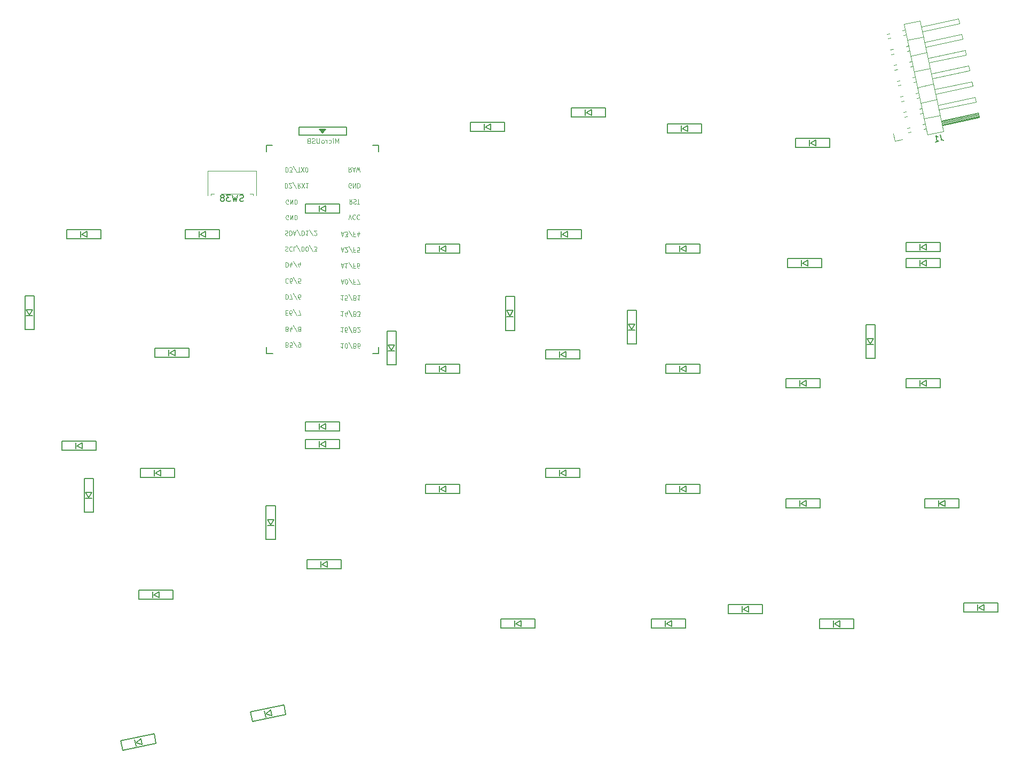
<source format=gbo>
G04 #@! TF.GenerationSoftware,KiCad,Pcbnew,(5.1.5-0-10_14)*
G04 #@! TF.CreationDate,2020-05-14T06:06:27+09:00*
G04 #@! TF.ProjectId,Colice,436f6c69-6365-42e6-9b69-6361645f7063,rev?*
G04 #@! TF.SameCoordinates,Original*
G04 #@! TF.FileFunction,Legend,Bot*
G04 #@! TF.FilePolarity,Positive*
%FSLAX46Y46*%
G04 Gerber Fmt 4.6, Leading zero omitted, Abs format (unit mm)*
G04 Created by KiCad (PCBNEW (5.1.5-0-10_14)) date 2020-05-14 06:06:27*
%MOMM*%
%LPD*%
G04 APERTURE LIST*
%ADD10C,0.150000*%
%ADD11C,0.120000*%
%ADD12C,0.125000*%
G04 APERTURE END LIST*
D10*
X109074000Y-51054000D02*
X109974000Y-50554000D01*
X109974000Y-50554000D02*
X109974000Y-51554000D01*
X109974000Y-51554000D02*
X109074000Y-51054000D01*
X108974000Y-50554000D02*
X108974000Y-51554000D01*
X112174000Y-50304000D02*
X106774000Y-50304000D01*
X106774000Y-50304000D02*
X106774000Y-51804000D01*
X106774000Y-51804000D02*
X112174000Y-51804000D01*
X112174000Y-51804000D02*
X112174000Y-50304000D01*
X167546000Y-130594800D02*
X167546000Y-129094800D01*
X162146000Y-130594800D02*
X167546000Y-130594800D01*
X162146000Y-129094800D02*
X162146000Y-130594800D01*
X167546000Y-129094800D02*
X162146000Y-129094800D01*
X164346000Y-129344800D02*
X164346000Y-130344800D01*
X165346000Y-130344800D02*
X164446000Y-129844800D01*
X165346000Y-129344800D02*
X165346000Y-130344800D01*
X164446000Y-129844800D02*
X165346000Y-129344800D01*
D11*
X70624800Y-61701400D02*
X67224800Y-61701400D01*
X72264800Y-61701400D02*
X71724800Y-61701400D01*
X66124800Y-61701400D02*
X65584800Y-61701400D01*
X65584800Y-61701400D02*
X65584800Y-61931400D01*
X72784800Y-58031400D02*
X72784800Y-61931400D01*
X65064800Y-58031400D02*
X65064800Y-61931400D01*
X72784800Y-58031400D02*
X65064800Y-58031400D01*
X72264800Y-61701400D02*
X72264800Y-61931400D01*
D10*
X190406000Y-128004000D02*
X190406000Y-126504000D01*
X185006000Y-128004000D02*
X190406000Y-128004000D01*
X185006000Y-126504000D02*
X185006000Y-128004000D01*
X190406000Y-126504000D02*
X185006000Y-126504000D01*
X187206000Y-126754000D02*
X187206000Y-127754000D01*
X188206000Y-127754000D02*
X187306000Y-127254000D01*
X188206000Y-126754000D02*
X188206000Y-127754000D01*
X187306000Y-127254000D02*
X188206000Y-126754000D01*
X132334000Y-83204000D02*
X131834000Y-82304000D01*
X131834000Y-82304000D02*
X132834000Y-82304000D01*
X132834000Y-82304000D02*
X132334000Y-83204000D01*
X131834000Y-83304000D02*
X132834000Y-83304000D01*
X131584000Y-80104000D02*
X131584000Y-85504000D01*
X131584000Y-85504000D02*
X133084000Y-85504000D01*
X133084000Y-85504000D02*
X133084000Y-80104000D01*
X133084000Y-80104000D02*
X131584000Y-80104000D01*
X140316000Y-51308000D02*
X141216000Y-50808000D01*
X141216000Y-50808000D02*
X141216000Y-51808000D01*
X141216000Y-51808000D02*
X140316000Y-51308000D01*
X140216000Y-50808000D02*
X140216000Y-51808000D01*
X143416000Y-50558000D02*
X138016000Y-50558000D01*
X138016000Y-50558000D02*
X138016000Y-52058000D01*
X138016000Y-52058000D02*
X143416000Y-52058000D01*
X143416000Y-52058000D02*
X143416000Y-50558000D01*
X140062000Y-70358000D02*
X140962000Y-69858000D01*
X140962000Y-69858000D02*
X140962000Y-70858000D01*
X140962000Y-70858000D02*
X140062000Y-70358000D01*
X139962000Y-69858000D02*
X139962000Y-70858000D01*
X143162000Y-69608000D02*
X137762000Y-69608000D01*
X137762000Y-69608000D02*
X137762000Y-71108000D01*
X137762000Y-71108000D02*
X143162000Y-71108000D01*
X143162000Y-71108000D02*
X143162000Y-69608000D01*
X140062000Y-89408000D02*
X140962000Y-88908000D01*
X140962000Y-88908000D02*
X140962000Y-89908000D01*
X140962000Y-89908000D02*
X140062000Y-89408000D01*
X139962000Y-88908000D02*
X139962000Y-89908000D01*
X143162000Y-88658000D02*
X137762000Y-88658000D01*
X137762000Y-88658000D02*
X137762000Y-90158000D01*
X137762000Y-90158000D02*
X143162000Y-90158000D01*
X143162000Y-90158000D02*
X143162000Y-88658000D01*
X143162000Y-109208000D02*
X143162000Y-107708000D01*
X137762000Y-109208000D02*
X143162000Y-109208000D01*
X137762000Y-107708000D02*
X137762000Y-109208000D01*
X143162000Y-107708000D02*
X137762000Y-107708000D01*
X139962000Y-107958000D02*
X139962000Y-108958000D01*
X140962000Y-108958000D02*
X140062000Y-108458000D01*
X140962000Y-107958000D02*
X140962000Y-108958000D01*
X140062000Y-108458000D02*
X140962000Y-107958000D01*
X153068000Y-128258000D02*
X153068000Y-126758000D01*
X147668000Y-128258000D02*
X153068000Y-128258000D01*
X147668000Y-126758000D02*
X147668000Y-128258000D01*
X153068000Y-126758000D02*
X147668000Y-126758000D01*
X149868000Y-127008000D02*
X149868000Y-128008000D01*
X150868000Y-128008000D02*
X149968000Y-127508000D01*
X150868000Y-127008000D02*
X150868000Y-128008000D01*
X149968000Y-127508000D02*
X150868000Y-127008000D01*
X75057000Y-114192000D02*
X74557000Y-113292000D01*
X74557000Y-113292000D02*
X75557000Y-113292000D01*
X75557000Y-113292000D02*
X75057000Y-114192000D01*
X74557000Y-114292000D02*
X75557000Y-114292000D01*
X74307000Y-111092000D02*
X74307000Y-116492000D01*
X74307000Y-116492000D02*
X75807000Y-116492000D01*
X75807000Y-116492000D02*
X75807000Y-111092000D01*
X75807000Y-111092000D02*
X74307000Y-111092000D01*
X86012000Y-64758000D02*
X86012000Y-63258000D01*
X80612000Y-64758000D02*
X86012000Y-64758000D01*
X80612000Y-63258000D02*
X80612000Y-64758000D01*
X86012000Y-63258000D02*
X80612000Y-63258000D01*
X82812000Y-63508000D02*
X82812000Y-64508000D01*
X83812000Y-64508000D02*
X82912000Y-64008000D01*
X83812000Y-63508000D02*
X83812000Y-64508000D01*
X82912000Y-64008000D02*
X83812000Y-63508000D01*
X86012000Y-99302000D02*
X86012000Y-97802000D01*
X80612000Y-99302000D02*
X86012000Y-99302000D01*
X80612000Y-97802000D02*
X80612000Y-99302000D01*
X86012000Y-97802000D02*
X80612000Y-97802000D01*
X82812000Y-98052000D02*
X82812000Y-99052000D01*
X83812000Y-99052000D02*
X82912000Y-98552000D01*
X83812000Y-98052000D02*
X83812000Y-99052000D01*
X82912000Y-98552000D02*
X83812000Y-98052000D01*
X86012000Y-102096000D02*
X86012000Y-100596000D01*
X80612000Y-102096000D02*
X86012000Y-102096000D01*
X80612000Y-100596000D02*
X80612000Y-102096000D01*
X86012000Y-100596000D02*
X80612000Y-100596000D01*
X82812000Y-100846000D02*
X82812000Y-101846000D01*
X83812000Y-101846000D02*
X82912000Y-101346000D01*
X83812000Y-100846000D02*
X83812000Y-101846000D01*
X82912000Y-101346000D02*
X83812000Y-100846000D01*
X86266000Y-121146000D02*
X86266000Y-119646000D01*
X80866000Y-121146000D02*
X86266000Y-121146000D01*
X80866000Y-119646000D02*
X80866000Y-121146000D01*
X86266000Y-119646000D02*
X80866000Y-119646000D01*
X83066000Y-119896000D02*
X83066000Y-120896000D01*
X84066000Y-120896000D02*
X83166000Y-120396000D01*
X84066000Y-119896000D02*
X84066000Y-120896000D01*
X83166000Y-120396000D02*
X84066000Y-119896000D01*
X36830000Y-80918000D02*
X36330000Y-80018000D01*
X36330000Y-80018000D02*
X37330000Y-80018000D01*
X37330000Y-80018000D02*
X36830000Y-80918000D01*
X36330000Y-81018000D02*
X37330000Y-81018000D01*
X36080000Y-77818000D02*
X36080000Y-83218000D01*
X36080000Y-83218000D02*
X37580000Y-83218000D01*
X37580000Y-83218000D02*
X37580000Y-77818000D01*
X37580000Y-77818000D02*
X36080000Y-77818000D01*
X48166000Y-68822000D02*
X48166000Y-67322000D01*
X42766000Y-68822000D02*
X48166000Y-68822000D01*
X42766000Y-67322000D02*
X42766000Y-68822000D01*
X48166000Y-67322000D02*
X42766000Y-67322000D01*
X44966000Y-67572000D02*
X44966000Y-68572000D01*
X45966000Y-68572000D02*
X45066000Y-68072000D01*
X45966000Y-67572000D02*
X45966000Y-68572000D01*
X45066000Y-68072000D02*
X45966000Y-67572000D01*
X105062000Y-90158000D02*
X105062000Y-88658000D01*
X99662000Y-90158000D02*
X105062000Y-90158000D01*
X99662000Y-88658000D02*
X99662000Y-90158000D01*
X105062000Y-88658000D02*
X99662000Y-88658000D01*
X101862000Y-88908000D02*
X101862000Y-89908000D01*
X102862000Y-89908000D02*
X101962000Y-89408000D01*
X102862000Y-88908000D02*
X102862000Y-89908000D01*
X101962000Y-89408000D02*
X102862000Y-88908000D01*
X105062000Y-109208000D02*
X105062000Y-107708000D01*
X99662000Y-109208000D02*
X105062000Y-109208000D01*
X99662000Y-107708000D02*
X99662000Y-109208000D01*
X105062000Y-107708000D02*
X99662000Y-107708000D01*
X101862000Y-107958000D02*
X101862000Y-108958000D01*
X102862000Y-108958000D02*
X101962000Y-108458000D01*
X102862000Y-107958000D02*
X102862000Y-108958000D01*
X101962000Y-108458000D02*
X102862000Y-107958000D01*
X56898932Y-148762249D02*
X56587065Y-147295028D01*
X51616935Y-149884972D02*
X56898932Y-148762249D01*
X51305068Y-148417751D02*
X51616935Y-149884972D01*
X56587065Y-147295028D02*
X51305068Y-148417751D01*
X53508970Y-148204882D02*
X53716882Y-149183030D01*
X54695030Y-148975118D02*
X53710741Y-148673165D01*
X54487118Y-147996970D02*
X54695030Y-148975118D01*
X53710741Y-148673165D02*
X54487118Y-147996970D01*
X94234000Y-86506000D02*
X93734000Y-85606000D01*
X93734000Y-85606000D02*
X94734000Y-85606000D01*
X94734000Y-85606000D02*
X94234000Y-86506000D01*
X93734000Y-86606000D02*
X94734000Y-86606000D01*
X93484000Y-83406000D02*
X93484000Y-88806000D01*
X93484000Y-88806000D02*
X94984000Y-88806000D01*
X94984000Y-88806000D02*
X94984000Y-83406000D01*
X94984000Y-83406000D02*
X93484000Y-83406000D01*
X101962000Y-70358000D02*
X102862000Y-69858000D01*
X102862000Y-69858000D02*
X102862000Y-70858000D01*
X102862000Y-70858000D02*
X101962000Y-70358000D01*
X101862000Y-69858000D02*
X101862000Y-70858000D01*
X105062000Y-69608000D02*
X99662000Y-69608000D01*
X99662000Y-69608000D02*
X99662000Y-71108000D01*
X99662000Y-71108000D02*
X105062000Y-71108000D01*
X105062000Y-71108000D02*
X105062000Y-69608000D01*
X121012000Y-105918000D02*
X121912000Y-105418000D01*
X121912000Y-105418000D02*
X121912000Y-106418000D01*
X121912000Y-106418000D02*
X121012000Y-105918000D01*
X120912000Y-105418000D02*
X120912000Y-106418000D01*
X124112000Y-105168000D02*
X118712000Y-105168000D01*
X118712000Y-105168000D02*
X118712000Y-106668000D01*
X118712000Y-106668000D02*
X124112000Y-106668000D01*
X124112000Y-106668000D02*
X124112000Y-105168000D01*
X113900000Y-129794000D02*
X114800000Y-129294000D01*
X114800000Y-129294000D02*
X114800000Y-130294000D01*
X114800000Y-130294000D02*
X113900000Y-129794000D01*
X113800000Y-129294000D02*
X113800000Y-130294000D01*
X117000000Y-129044000D02*
X111600000Y-129044000D01*
X111600000Y-129044000D02*
X111600000Y-130544000D01*
X111600000Y-130544000D02*
X117000000Y-130544000D01*
X117000000Y-130544000D02*
X117000000Y-129044000D01*
X113030000Y-81045000D02*
X112530000Y-80145000D01*
X112530000Y-80145000D02*
X113530000Y-80145000D01*
X113530000Y-80145000D02*
X113030000Y-81045000D01*
X112530000Y-81145000D02*
X113530000Y-81145000D01*
X112280000Y-77945000D02*
X112280000Y-83345000D01*
X112280000Y-83345000D02*
X113780000Y-83345000D01*
X113780000Y-83345000D02*
X113780000Y-77945000D01*
X113780000Y-77945000D02*
X112280000Y-77945000D01*
X125076000Y-48768000D02*
X125976000Y-48268000D01*
X125976000Y-48268000D02*
X125976000Y-49268000D01*
X125976000Y-49268000D02*
X125076000Y-48768000D01*
X124976000Y-48268000D02*
X124976000Y-49268000D01*
X128176000Y-48018000D02*
X122776000Y-48018000D01*
X122776000Y-48018000D02*
X122776000Y-49518000D01*
X122776000Y-49518000D02*
X128176000Y-49518000D01*
X128176000Y-49518000D02*
X128176000Y-48018000D01*
X121266000Y-68072000D02*
X122166000Y-67572000D01*
X122166000Y-67572000D02*
X122166000Y-68572000D01*
X122166000Y-68572000D02*
X121266000Y-68072000D01*
X121166000Y-67572000D02*
X121166000Y-68572000D01*
X124366000Y-67322000D02*
X118966000Y-67322000D01*
X118966000Y-67322000D02*
X118966000Y-68822000D01*
X118966000Y-68822000D02*
X124366000Y-68822000D01*
X124366000Y-68822000D02*
X124366000Y-67322000D01*
X121012000Y-87122000D02*
X121912000Y-86622000D01*
X121912000Y-86622000D02*
X121912000Y-87622000D01*
X121912000Y-87622000D02*
X121012000Y-87122000D01*
X120912000Y-86622000D02*
X120912000Y-87622000D01*
X124112000Y-86372000D02*
X118712000Y-86372000D01*
X118712000Y-86372000D02*
X118712000Y-87872000D01*
X118712000Y-87872000D02*
X124112000Y-87872000D01*
X124112000Y-87872000D02*
X124112000Y-86372000D01*
X137776000Y-129794000D02*
X138676000Y-129294000D01*
X138676000Y-129294000D02*
X138676000Y-130294000D01*
X138676000Y-130294000D02*
X137776000Y-129794000D01*
X137676000Y-129294000D02*
X137676000Y-130294000D01*
X140876000Y-129044000D02*
X135476000Y-129044000D01*
X135476000Y-129044000D02*
X135476000Y-130544000D01*
X135476000Y-130544000D02*
X140876000Y-130544000D01*
X140876000Y-130544000D02*
X140876000Y-129044000D01*
X170930000Y-82390000D02*
X169430000Y-82390000D01*
X170930000Y-87790000D02*
X170930000Y-82390000D01*
X169430000Y-87790000D02*
X170930000Y-87790000D01*
X169430000Y-82390000D02*
X169430000Y-87790000D01*
X169680000Y-85590000D02*
X170680000Y-85590000D01*
X170680000Y-84590000D02*
X170180000Y-85490000D01*
X169680000Y-84590000D02*
X170680000Y-84590000D01*
X170180000Y-85490000D02*
X169680000Y-84590000D01*
X178162000Y-70104000D02*
X179062000Y-69604000D01*
X179062000Y-69604000D02*
X179062000Y-70604000D01*
X179062000Y-70604000D02*
X178162000Y-70104000D01*
X178062000Y-69604000D02*
X178062000Y-70604000D01*
X181262000Y-69354000D02*
X175862000Y-69354000D01*
X175862000Y-69354000D02*
X175862000Y-70854000D01*
X175862000Y-70854000D02*
X181262000Y-70854000D01*
X181262000Y-70854000D02*
X181262000Y-69354000D01*
X178162000Y-72644000D02*
X179062000Y-72144000D01*
X179062000Y-72144000D02*
X179062000Y-73144000D01*
X179062000Y-73144000D02*
X178162000Y-72644000D01*
X178062000Y-72144000D02*
X178062000Y-73144000D01*
X181262000Y-71894000D02*
X175862000Y-71894000D01*
X175862000Y-71894000D02*
X175862000Y-73394000D01*
X175862000Y-73394000D02*
X181262000Y-73394000D01*
X181262000Y-73394000D02*
X181262000Y-71894000D01*
X178162000Y-91694000D02*
X179062000Y-91194000D01*
X179062000Y-91194000D02*
X179062000Y-92194000D01*
X179062000Y-92194000D02*
X178162000Y-91694000D01*
X178062000Y-91194000D02*
X178062000Y-92194000D01*
X181262000Y-90944000D02*
X175862000Y-90944000D01*
X175862000Y-90944000D02*
X175862000Y-92444000D01*
X175862000Y-92444000D02*
X181262000Y-92444000D01*
X181262000Y-92444000D02*
X181262000Y-90944000D01*
X181083000Y-110744000D02*
X181983000Y-110244000D01*
X181983000Y-110244000D02*
X181983000Y-111244000D01*
X181983000Y-111244000D02*
X181083000Y-110744000D01*
X180983000Y-110244000D02*
X180983000Y-111244000D01*
X184183000Y-109994000D02*
X178783000Y-109994000D01*
X178783000Y-109994000D02*
X178783000Y-111494000D01*
X178783000Y-111494000D02*
X184183000Y-111494000D01*
X184183000Y-111494000D02*
X184183000Y-109994000D01*
X47404000Y-102350000D02*
X47404000Y-100850000D01*
X42004000Y-102350000D02*
X47404000Y-102350000D01*
X42004000Y-100850000D02*
X42004000Y-102350000D01*
X47404000Y-100850000D02*
X42004000Y-100850000D01*
X44204000Y-101100000D02*
X44204000Y-102100000D01*
X45204000Y-102100000D02*
X44304000Y-101600000D01*
X45204000Y-101100000D02*
X45204000Y-102100000D01*
X44304000Y-101600000D02*
X45204000Y-101100000D01*
X46228000Y-109874000D02*
X45728000Y-108974000D01*
X45728000Y-108974000D02*
X46728000Y-108974000D01*
X46728000Y-108974000D02*
X46228000Y-109874000D01*
X45728000Y-109974000D02*
X46728000Y-109974000D01*
X45478000Y-106774000D02*
X45478000Y-112174000D01*
X45478000Y-112174000D02*
X46978000Y-112174000D01*
X46978000Y-112174000D02*
X46978000Y-106774000D01*
X46978000Y-106774000D02*
X45478000Y-106774000D01*
X66962000Y-68822000D02*
X66962000Y-67322000D01*
X61562000Y-68822000D02*
X66962000Y-68822000D01*
X61562000Y-67322000D02*
X61562000Y-68822000D01*
X66962000Y-67322000D02*
X61562000Y-67322000D01*
X63762000Y-67572000D02*
X63762000Y-68572000D01*
X64762000Y-68572000D02*
X63862000Y-68072000D01*
X64762000Y-67572000D02*
X64762000Y-68572000D01*
X63862000Y-68072000D02*
X64762000Y-67572000D01*
X62136000Y-87618000D02*
X62136000Y-86118000D01*
X56736000Y-87618000D02*
X62136000Y-87618000D01*
X56736000Y-86118000D02*
X56736000Y-87618000D01*
X62136000Y-86118000D02*
X56736000Y-86118000D01*
X58936000Y-86368000D02*
X58936000Y-87368000D01*
X59936000Y-87368000D02*
X59036000Y-86868000D01*
X59936000Y-86368000D02*
X59936000Y-87368000D01*
X59036000Y-86868000D02*
X59936000Y-86368000D01*
X59850000Y-106668000D02*
X59850000Y-105168000D01*
X54450000Y-106668000D02*
X59850000Y-106668000D01*
X54450000Y-105168000D02*
X54450000Y-106668000D01*
X59850000Y-105168000D02*
X54450000Y-105168000D01*
X56650000Y-105418000D02*
X56650000Y-106418000D01*
X57650000Y-106418000D02*
X56750000Y-105918000D01*
X57650000Y-105418000D02*
X57650000Y-106418000D01*
X56750000Y-105918000D02*
X57650000Y-105418000D01*
X59596000Y-125972000D02*
X59596000Y-124472000D01*
X54196000Y-125972000D02*
X59596000Y-125972000D01*
X54196000Y-124472000D02*
X54196000Y-125972000D01*
X59596000Y-124472000D02*
X54196000Y-124472000D01*
X56396000Y-124722000D02*
X56396000Y-125722000D01*
X57396000Y-125722000D02*
X56496000Y-125222000D01*
X57396000Y-124722000D02*
X57396000Y-125722000D01*
X56496000Y-125222000D02*
X57396000Y-124722000D01*
X77472932Y-144190249D02*
X77161065Y-142723028D01*
X72190935Y-145312972D02*
X77472932Y-144190249D01*
X71879068Y-143845751D02*
X72190935Y-145312972D01*
X77161065Y-142723028D02*
X71879068Y-143845751D01*
X74082970Y-143632882D02*
X74290882Y-144611030D01*
X75269030Y-144403118D02*
X74284741Y-144101165D01*
X75061118Y-143424970D02*
X75269030Y-144403118D01*
X74284741Y-144101165D02*
X75061118Y-143424970D01*
X163736000Y-54344000D02*
X163736000Y-52844000D01*
X158336000Y-54344000D02*
X163736000Y-54344000D01*
X158336000Y-52844000D02*
X158336000Y-54344000D01*
X163736000Y-52844000D02*
X158336000Y-52844000D01*
X160536000Y-53094000D02*
X160536000Y-54094000D01*
X161536000Y-54094000D02*
X160636000Y-53594000D01*
X161536000Y-53094000D02*
X161536000Y-54094000D01*
X160636000Y-53594000D02*
X161536000Y-53094000D01*
X162466000Y-73394000D02*
X162466000Y-71894000D01*
X157066000Y-73394000D02*
X162466000Y-73394000D01*
X157066000Y-71894000D02*
X157066000Y-73394000D01*
X162466000Y-71894000D02*
X157066000Y-71894000D01*
X159266000Y-72144000D02*
X159266000Y-73144000D01*
X160266000Y-73144000D02*
X159366000Y-72644000D01*
X160266000Y-72144000D02*
X160266000Y-73144000D01*
X159366000Y-72644000D02*
X160266000Y-72144000D01*
X162212000Y-92444000D02*
X162212000Y-90944000D01*
X156812000Y-92444000D02*
X162212000Y-92444000D01*
X156812000Y-90944000D02*
X156812000Y-92444000D01*
X162212000Y-90944000D02*
X156812000Y-90944000D01*
X159012000Y-91194000D02*
X159012000Y-92194000D01*
X160012000Y-92194000D02*
X159112000Y-91694000D01*
X160012000Y-91194000D02*
X160012000Y-92194000D01*
X159112000Y-91694000D02*
X160012000Y-91194000D01*
X162212000Y-111494000D02*
X162212000Y-109994000D01*
X156812000Y-111494000D02*
X162212000Y-111494000D01*
X156812000Y-109994000D02*
X156812000Y-111494000D01*
X162212000Y-109994000D02*
X156812000Y-109994000D01*
X159012000Y-110244000D02*
X159012000Y-111244000D01*
X160012000Y-111244000D02*
X159112000Y-110744000D01*
X160012000Y-110244000D02*
X160012000Y-111244000D01*
X159112000Y-110744000D02*
X160012000Y-110244000D01*
D11*
X179176284Y-52299474D02*
X175454665Y-34790632D01*
X175454665Y-34790632D02*
X178056537Y-34237587D01*
X178056537Y-34237587D02*
X181778157Y-51746429D01*
X181778157Y-51746429D02*
X179176284Y-52299474D01*
X181580641Y-50817188D02*
X187449526Y-49569718D01*
X187449526Y-49569718D02*
X187291513Y-48826326D01*
X187291513Y-48826326D02*
X181422628Y-50073796D01*
X181568166Y-50758500D02*
X187437051Y-49511029D01*
X181543216Y-50641122D02*
X187412102Y-49393652D01*
X181518267Y-50523744D02*
X187387153Y-49276274D01*
X181493318Y-50406366D02*
X187362203Y-49158896D01*
X181468368Y-50288989D02*
X187337254Y-49041519D01*
X181443419Y-50171611D02*
X187312304Y-48924141D01*
X178590374Y-51452789D02*
X178978768Y-51370234D01*
X178432361Y-50709397D02*
X178820755Y-50626841D01*
X176171484Y-51966940D02*
X176550097Y-51886464D01*
X176013471Y-51223548D02*
X176392084Y-51143071D01*
X178635714Y-49756290D02*
X181237586Y-49203245D01*
X181052545Y-48332694D02*
X186921430Y-47085223D01*
X186921430Y-47085223D02*
X186763418Y-46341831D01*
X186763418Y-46341831D02*
X180894532Y-47589301D01*
X178062278Y-48968294D02*
X178450672Y-48885739D01*
X177904265Y-48224902D02*
X178292659Y-48142346D01*
X175577783Y-49496390D02*
X176022001Y-49401969D01*
X175419770Y-48752998D02*
X175863988Y-48658576D01*
X178107618Y-47271795D02*
X180709491Y-46718750D01*
X180524449Y-45848199D02*
X186393335Y-44600729D01*
X186393335Y-44600729D02*
X186235322Y-43857336D01*
X186235322Y-43857336D02*
X180366436Y-45104806D01*
X177534182Y-46483799D02*
X177922577Y-46401244D01*
X177376170Y-45740407D02*
X177764564Y-45657852D01*
X175049688Y-47011895D02*
X175493905Y-46917474D01*
X174891675Y-46268503D02*
X175335893Y-46174082D01*
X177579522Y-44787300D02*
X180181395Y-44234255D01*
X179996353Y-43363704D02*
X185865239Y-42116234D01*
X185865239Y-42116234D02*
X185707226Y-41372841D01*
X185707226Y-41372841D02*
X179838341Y-42620312D01*
X177006087Y-43999305D02*
X177394481Y-43916749D01*
X176848074Y-43255912D02*
X177236468Y-43173357D01*
X174521592Y-44527400D02*
X174965810Y-44432979D01*
X174363579Y-43784008D02*
X174807797Y-43689587D01*
X177051427Y-42302805D02*
X179653299Y-41749760D01*
X179468258Y-40879209D02*
X185337143Y-39631739D01*
X185337143Y-39631739D02*
X185179130Y-38888347D01*
X185179130Y-38888347D02*
X179310245Y-40135817D01*
X176477991Y-41514810D02*
X176866385Y-41432254D01*
X176319978Y-40771417D02*
X176708372Y-40688862D01*
X173993496Y-42042905D02*
X174437714Y-41948484D01*
X173835483Y-41299513D02*
X174279701Y-41205092D01*
X176523331Y-39818310D02*
X179125203Y-39265265D01*
X178940162Y-38394714D02*
X184809048Y-37147244D01*
X184809048Y-37147244D02*
X184651035Y-36403852D01*
X184651035Y-36403852D02*
X178782149Y-37651322D01*
X175949895Y-39030315D02*
X176338289Y-38947759D01*
X175791882Y-38286923D02*
X176180277Y-38204367D01*
X173465400Y-39558410D02*
X173909618Y-39463989D01*
X173307388Y-38815018D02*
X173751605Y-38720597D01*
X175995235Y-37333815D02*
X178597108Y-36780770D01*
X178412066Y-35910219D02*
X184280952Y-34662749D01*
X184280952Y-34662749D02*
X184122939Y-33919357D01*
X184122939Y-33919357D02*
X178254053Y-35166827D01*
X175421800Y-36545820D02*
X175810194Y-36463264D01*
X175263787Y-35802428D02*
X175652181Y-35719872D01*
X172937305Y-37073916D02*
X173381523Y-36979494D01*
X172779292Y-36330523D02*
X173223510Y-36236102D01*
X173764487Y-52090074D02*
X174028534Y-53332321D01*
X174028534Y-53332321D02*
X175270782Y-53068273D01*
D10*
X74412000Y-87013000D02*
X75422000Y-87013000D01*
X92212000Y-87013000D02*
X91212000Y-87013000D01*
X74412000Y-86013000D02*
X74412000Y-87013000D01*
X92212000Y-85963000D02*
X92212000Y-87013000D01*
X74412000Y-53963000D02*
X75362000Y-53963000D01*
X92212000Y-53963000D02*
X91212000Y-53963000D01*
X74412000Y-53963000D02*
X74412000Y-54963000D01*
X92212000Y-53963000D02*
X92212000Y-54963000D01*
X87062000Y-51063000D02*
X87062000Y-52363000D01*
X87062000Y-52363000D02*
X79562000Y-52363000D01*
X79562000Y-52363000D02*
X79562000Y-51063000D01*
X79562000Y-51063000D02*
X87062000Y-51063000D01*
X83812000Y-51413000D02*
X82812000Y-51413000D01*
X82812000Y-51413000D02*
X83312000Y-52063000D01*
X83312000Y-52063000D02*
X83812000Y-51413000D01*
X83662000Y-51563000D02*
X82962000Y-51563000D01*
X83562000Y-51713000D02*
X83062000Y-51713000D01*
X83462000Y-51863000D02*
X83162000Y-51863000D01*
X70734323Y-62816161D02*
X70591466Y-62863780D01*
X70353371Y-62863780D01*
X70258133Y-62816161D01*
X70210514Y-62768542D01*
X70162895Y-62673304D01*
X70162895Y-62578066D01*
X70210514Y-62482828D01*
X70258133Y-62435209D01*
X70353371Y-62387590D01*
X70543847Y-62339971D01*
X70639085Y-62292352D01*
X70686704Y-62244733D01*
X70734323Y-62149495D01*
X70734323Y-62054257D01*
X70686704Y-61959019D01*
X70639085Y-61911400D01*
X70543847Y-61863780D01*
X70305752Y-61863780D01*
X70162895Y-61911400D01*
X69829561Y-61863780D02*
X69591466Y-62863780D01*
X69400990Y-62149495D01*
X69210514Y-62863780D01*
X68972419Y-61863780D01*
X68686704Y-61863780D02*
X68067657Y-61863780D01*
X68400990Y-62244733D01*
X68258133Y-62244733D01*
X68162895Y-62292352D01*
X68115276Y-62339971D01*
X68067657Y-62435209D01*
X68067657Y-62673304D01*
X68115276Y-62768542D01*
X68162895Y-62816161D01*
X68258133Y-62863780D01*
X68543847Y-62863780D01*
X68639085Y-62816161D01*
X68686704Y-62768542D01*
X67496228Y-62292352D02*
X67591466Y-62244733D01*
X67639085Y-62197114D01*
X67686704Y-62101876D01*
X67686704Y-62054257D01*
X67639085Y-61959019D01*
X67591466Y-61911400D01*
X67496228Y-61863780D01*
X67305752Y-61863780D01*
X67210514Y-61911400D01*
X67162895Y-61959019D01*
X67115276Y-62054257D01*
X67115276Y-62101876D01*
X67162895Y-62197114D01*
X67210514Y-62244733D01*
X67305752Y-62292352D01*
X67496228Y-62292352D01*
X67591466Y-62339971D01*
X67639085Y-62387590D01*
X67686704Y-62482828D01*
X67686704Y-62673304D01*
X67639085Y-62768542D01*
X67591466Y-62816161D01*
X67496228Y-62863780D01*
X67305752Y-62863780D01*
X67210514Y-62816161D01*
X67162895Y-62768542D01*
X67115276Y-62673304D01*
X67115276Y-62482828D01*
X67162895Y-62387590D01*
X67210514Y-62339971D01*
X67305752Y-62292352D01*
X181222310Y-52265723D02*
X181370819Y-52964400D01*
X181447099Y-53094235D01*
X181560057Y-53167591D01*
X181709693Y-53184468D01*
X181802850Y-53164666D01*
X180452074Y-53451783D02*
X181011016Y-53332976D01*
X180731545Y-53392379D02*
X180523633Y-52414232D01*
X180646492Y-52534166D01*
X180759450Y-52607522D01*
X180862508Y-52634299D01*
D12*
X87844380Y-57423714D02*
X87621047Y-57780857D01*
X87461523Y-57423714D02*
X87461523Y-58173714D01*
X87716761Y-58173714D01*
X87780571Y-58138000D01*
X87812476Y-58102285D01*
X87844380Y-58030857D01*
X87844380Y-57923714D01*
X87812476Y-57852285D01*
X87780571Y-57816571D01*
X87716761Y-57780857D01*
X87461523Y-57780857D01*
X88099619Y-57638000D02*
X88418666Y-57638000D01*
X88035809Y-57423714D02*
X88259142Y-58173714D01*
X88482476Y-57423714D01*
X88642000Y-58173714D02*
X88801523Y-57423714D01*
X88929142Y-57959428D01*
X89056761Y-57423714D01*
X89216285Y-58173714D01*
X87796523Y-60688000D02*
X87732714Y-60723714D01*
X87637000Y-60723714D01*
X87541285Y-60688000D01*
X87477476Y-60616571D01*
X87445571Y-60545142D01*
X87413666Y-60402285D01*
X87413666Y-60295142D01*
X87445571Y-60152285D01*
X87477476Y-60080857D01*
X87541285Y-60009428D01*
X87637000Y-59973714D01*
X87700809Y-59973714D01*
X87796523Y-60009428D01*
X87828428Y-60045142D01*
X87828428Y-60295142D01*
X87700809Y-60295142D01*
X88115571Y-59973714D02*
X88115571Y-60723714D01*
X88498428Y-59973714D01*
X88498428Y-60723714D01*
X88817476Y-59973714D02*
X88817476Y-60723714D01*
X88977000Y-60723714D01*
X89072714Y-60688000D01*
X89136523Y-60616571D01*
X89168428Y-60545142D01*
X89200333Y-60402285D01*
X89200333Y-60295142D01*
X89168428Y-60152285D01*
X89136523Y-60080857D01*
X89072714Y-60009428D01*
X88977000Y-59973714D01*
X88817476Y-59973714D01*
X87940095Y-62523714D02*
X87716761Y-62880857D01*
X87557238Y-62523714D02*
X87557238Y-63273714D01*
X87812476Y-63273714D01*
X87876285Y-63238000D01*
X87908190Y-63202285D01*
X87940095Y-63130857D01*
X87940095Y-63023714D01*
X87908190Y-62952285D01*
X87876285Y-62916571D01*
X87812476Y-62880857D01*
X87557238Y-62880857D01*
X88195333Y-62559428D02*
X88291047Y-62523714D01*
X88450571Y-62523714D01*
X88514380Y-62559428D01*
X88546285Y-62595142D01*
X88578190Y-62666571D01*
X88578190Y-62738000D01*
X88546285Y-62809428D01*
X88514380Y-62845142D01*
X88450571Y-62880857D01*
X88322952Y-62916571D01*
X88259142Y-62952285D01*
X88227238Y-62988000D01*
X88195333Y-63059428D01*
X88195333Y-63130857D01*
X88227238Y-63202285D01*
X88259142Y-63238000D01*
X88322952Y-63273714D01*
X88482476Y-63273714D01*
X88578190Y-63238000D01*
X88769619Y-63273714D02*
X89152476Y-63273714D01*
X88961047Y-62523714D02*
X88961047Y-63273714D01*
X87413666Y-65723714D02*
X87637000Y-64973714D01*
X87860333Y-65723714D01*
X88466523Y-65045142D02*
X88434619Y-65009428D01*
X88338904Y-64973714D01*
X88275095Y-64973714D01*
X88179380Y-65009428D01*
X88115571Y-65080857D01*
X88083666Y-65152285D01*
X88051761Y-65295142D01*
X88051761Y-65402285D01*
X88083666Y-65545142D01*
X88115571Y-65616571D01*
X88179380Y-65688000D01*
X88275095Y-65723714D01*
X88338904Y-65723714D01*
X88434619Y-65688000D01*
X88466523Y-65652285D01*
X89136523Y-65045142D02*
X89104619Y-65009428D01*
X89008904Y-64973714D01*
X88945095Y-64973714D01*
X88849380Y-65009428D01*
X88785571Y-65080857D01*
X88753666Y-65152285D01*
X88721761Y-65295142D01*
X88721761Y-65402285D01*
X88753666Y-65545142D01*
X88785571Y-65616571D01*
X88849380Y-65688000D01*
X88945095Y-65723714D01*
X89008904Y-65723714D01*
X89104619Y-65688000D01*
X89136523Y-65652285D01*
X86271285Y-67888000D02*
X86590333Y-67888000D01*
X86207476Y-67673714D02*
X86430809Y-68423714D01*
X86654142Y-67673714D01*
X86813666Y-68423714D02*
X87228428Y-68423714D01*
X87005095Y-68138000D01*
X87100809Y-68138000D01*
X87164619Y-68102285D01*
X87196523Y-68066571D01*
X87228428Y-67995142D01*
X87228428Y-67816571D01*
X87196523Y-67745142D01*
X87164619Y-67709428D01*
X87100809Y-67673714D01*
X86909380Y-67673714D01*
X86845571Y-67709428D01*
X86813666Y-67745142D01*
X87994142Y-68459428D02*
X87419857Y-67495142D01*
X88440809Y-68066571D02*
X88217476Y-68066571D01*
X88217476Y-67673714D02*
X88217476Y-68423714D01*
X88536523Y-68423714D01*
X89078904Y-68173714D02*
X89078904Y-67673714D01*
X88919380Y-68459428D02*
X88759857Y-67923714D01*
X89174619Y-67923714D01*
X86271285Y-70388000D02*
X86590333Y-70388000D01*
X86207476Y-70173714D02*
X86430809Y-70923714D01*
X86654142Y-70173714D01*
X86845571Y-70852285D02*
X86877476Y-70888000D01*
X86941285Y-70923714D01*
X87100809Y-70923714D01*
X87164619Y-70888000D01*
X87196523Y-70852285D01*
X87228428Y-70780857D01*
X87228428Y-70709428D01*
X87196523Y-70602285D01*
X86813666Y-70173714D01*
X87228428Y-70173714D01*
X87994142Y-70959428D02*
X87419857Y-69995142D01*
X88440809Y-70566571D02*
X88217476Y-70566571D01*
X88217476Y-70173714D02*
X88217476Y-70923714D01*
X88536523Y-70923714D01*
X89110809Y-70923714D02*
X88791761Y-70923714D01*
X88759857Y-70566571D01*
X88791761Y-70602285D01*
X88855571Y-70638000D01*
X89015095Y-70638000D01*
X89078904Y-70602285D01*
X89110809Y-70566571D01*
X89142714Y-70495142D01*
X89142714Y-70316571D01*
X89110809Y-70245142D01*
X89078904Y-70209428D01*
X89015095Y-70173714D01*
X88855571Y-70173714D01*
X88791761Y-70209428D01*
X88759857Y-70245142D01*
X86271285Y-72888000D02*
X86590333Y-72888000D01*
X86207476Y-72673714D02*
X86430809Y-73423714D01*
X86654142Y-72673714D01*
X87228428Y-72673714D02*
X86845571Y-72673714D01*
X87037000Y-72673714D02*
X87037000Y-73423714D01*
X86973190Y-73316571D01*
X86909380Y-73245142D01*
X86845571Y-73209428D01*
X87994142Y-73459428D02*
X87419857Y-72495142D01*
X88440809Y-73066571D02*
X88217476Y-73066571D01*
X88217476Y-72673714D02*
X88217476Y-73423714D01*
X88536523Y-73423714D01*
X89078904Y-73423714D02*
X88951285Y-73423714D01*
X88887476Y-73388000D01*
X88855571Y-73352285D01*
X88791761Y-73245142D01*
X88759857Y-73102285D01*
X88759857Y-72816571D01*
X88791761Y-72745142D01*
X88823666Y-72709428D01*
X88887476Y-72673714D01*
X89015095Y-72673714D01*
X89078904Y-72709428D01*
X89110809Y-72745142D01*
X89142714Y-72816571D01*
X89142714Y-72995142D01*
X89110809Y-73066571D01*
X89078904Y-73102285D01*
X89015095Y-73138000D01*
X88887476Y-73138000D01*
X88823666Y-73102285D01*
X88791761Y-73066571D01*
X88759857Y-72995142D01*
X86271285Y-75438000D02*
X86590333Y-75438000D01*
X86207476Y-75223714D02*
X86430809Y-75973714D01*
X86654142Y-75223714D01*
X87005095Y-75973714D02*
X87068904Y-75973714D01*
X87132714Y-75938000D01*
X87164619Y-75902285D01*
X87196523Y-75830857D01*
X87228428Y-75688000D01*
X87228428Y-75509428D01*
X87196523Y-75366571D01*
X87164619Y-75295142D01*
X87132714Y-75259428D01*
X87068904Y-75223714D01*
X87005095Y-75223714D01*
X86941285Y-75259428D01*
X86909380Y-75295142D01*
X86877476Y-75366571D01*
X86845571Y-75509428D01*
X86845571Y-75688000D01*
X86877476Y-75830857D01*
X86909380Y-75902285D01*
X86941285Y-75938000D01*
X87005095Y-75973714D01*
X87994142Y-76009428D02*
X87419857Y-75045142D01*
X88440809Y-75616571D02*
X88217476Y-75616571D01*
X88217476Y-75223714D02*
X88217476Y-75973714D01*
X88536523Y-75973714D01*
X88727952Y-75973714D02*
X89174619Y-75973714D01*
X88887476Y-75223714D01*
X86574380Y-77773714D02*
X86191523Y-77773714D01*
X86382952Y-77773714D02*
X86382952Y-78523714D01*
X86319142Y-78416571D01*
X86255333Y-78345142D01*
X86191523Y-78309428D01*
X87180571Y-78523714D02*
X86861523Y-78523714D01*
X86829619Y-78166571D01*
X86861523Y-78202285D01*
X86925333Y-78238000D01*
X87084857Y-78238000D01*
X87148666Y-78202285D01*
X87180571Y-78166571D01*
X87212476Y-78095142D01*
X87212476Y-77916571D01*
X87180571Y-77845142D01*
X87148666Y-77809428D01*
X87084857Y-77773714D01*
X86925333Y-77773714D01*
X86861523Y-77809428D01*
X86829619Y-77845142D01*
X87978190Y-78559428D02*
X87403904Y-77595142D01*
X88424857Y-78166571D02*
X88520571Y-78130857D01*
X88552476Y-78095142D01*
X88584380Y-78023714D01*
X88584380Y-77916571D01*
X88552476Y-77845142D01*
X88520571Y-77809428D01*
X88456761Y-77773714D01*
X88201523Y-77773714D01*
X88201523Y-78523714D01*
X88424857Y-78523714D01*
X88488666Y-78488000D01*
X88520571Y-78452285D01*
X88552476Y-78380857D01*
X88552476Y-78309428D01*
X88520571Y-78238000D01*
X88488666Y-78202285D01*
X88424857Y-78166571D01*
X88201523Y-78166571D01*
X89222476Y-77773714D02*
X88839619Y-77773714D01*
X89031047Y-77773714D02*
X89031047Y-78523714D01*
X88967238Y-78416571D01*
X88903428Y-78345142D01*
X88839619Y-78309428D01*
X86574380Y-80323714D02*
X86191523Y-80323714D01*
X86382952Y-80323714D02*
X86382952Y-81073714D01*
X86319142Y-80966571D01*
X86255333Y-80895142D01*
X86191523Y-80859428D01*
X87148666Y-80823714D02*
X87148666Y-80323714D01*
X86989142Y-81109428D02*
X86829619Y-80573714D01*
X87244380Y-80573714D01*
X87978190Y-81109428D02*
X87403904Y-80145142D01*
X88424857Y-80716571D02*
X88520571Y-80680857D01*
X88552476Y-80645142D01*
X88584380Y-80573714D01*
X88584380Y-80466571D01*
X88552476Y-80395142D01*
X88520571Y-80359428D01*
X88456761Y-80323714D01*
X88201523Y-80323714D01*
X88201523Y-81073714D01*
X88424857Y-81073714D01*
X88488666Y-81038000D01*
X88520571Y-81002285D01*
X88552476Y-80930857D01*
X88552476Y-80859428D01*
X88520571Y-80788000D01*
X88488666Y-80752285D01*
X88424857Y-80716571D01*
X88201523Y-80716571D01*
X88807714Y-81073714D02*
X89222476Y-81073714D01*
X88999142Y-80788000D01*
X89094857Y-80788000D01*
X89158666Y-80752285D01*
X89190571Y-80716571D01*
X89222476Y-80645142D01*
X89222476Y-80466571D01*
X89190571Y-80395142D01*
X89158666Y-80359428D01*
X89094857Y-80323714D01*
X88903428Y-80323714D01*
X88839619Y-80359428D01*
X88807714Y-80395142D01*
X86574380Y-85373714D02*
X86191523Y-85373714D01*
X86382952Y-85373714D02*
X86382952Y-86123714D01*
X86319142Y-86016571D01*
X86255333Y-85945142D01*
X86191523Y-85909428D01*
X86989142Y-86123714D02*
X87052952Y-86123714D01*
X87116761Y-86088000D01*
X87148666Y-86052285D01*
X87180571Y-85980857D01*
X87212476Y-85838000D01*
X87212476Y-85659428D01*
X87180571Y-85516571D01*
X87148666Y-85445142D01*
X87116761Y-85409428D01*
X87052952Y-85373714D01*
X86989142Y-85373714D01*
X86925333Y-85409428D01*
X86893428Y-85445142D01*
X86861523Y-85516571D01*
X86829619Y-85659428D01*
X86829619Y-85838000D01*
X86861523Y-85980857D01*
X86893428Y-86052285D01*
X86925333Y-86088000D01*
X86989142Y-86123714D01*
X87978190Y-86159428D02*
X87403904Y-85195142D01*
X88424857Y-85766571D02*
X88520571Y-85730857D01*
X88552476Y-85695142D01*
X88584380Y-85623714D01*
X88584380Y-85516571D01*
X88552476Y-85445142D01*
X88520571Y-85409428D01*
X88456761Y-85373714D01*
X88201523Y-85373714D01*
X88201523Y-86123714D01*
X88424857Y-86123714D01*
X88488666Y-86088000D01*
X88520571Y-86052285D01*
X88552476Y-85980857D01*
X88552476Y-85909428D01*
X88520571Y-85838000D01*
X88488666Y-85802285D01*
X88424857Y-85766571D01*
X88201523Y-85766571D01*
X89158666Y-86123714D02*
X89031047Y-86123714D01*
X88967238Y-86088000D01*
X88935333Y-86052285D01*
X88871523Y-85945142D01*
X88839619Y-85802285D01*
X88839619Y-85516571D01*
X88871523Y-85445142D01*
X88903428Y-85409428D01*
X88967238Y-85373714D01*
X89094857Y-85373714D01*
X89158666Y-85409428D01*
X89190571Y-85445142D01*
X89222476Y-85516571D01*
X89222476Y-85695142D01*
X89190571Y-85766571D01*
X89158666Y-85802285D01*
X89094857Y-85838000D01*
X88967238Y-85838000D01*
X88903428Y-85802285D01*
X88871523Y-85766571D01*
X88839619Y-85695142D01*
X86574380Y-82873714D02*
X86191523Y-82873714D01*
X86382952Y-82873714D02*
X86382952Y-83623714D01*
X86319142Y-83516571D01*
X86255333Y-83445142D01*
X86191523Y-83409428D01*
X87148666Y-83623714D02*
X87021047Y-83623714D01*
X86957238Y-83588000D01*
X86925333Y-83552285D01*
X86861523Y-83445142D01*
X86829619Y-83302285D01*
X86829619Y-83016571D01*
X86861523Y-82945142D01*
X86893428Y-82909428D01*
X86957238Y-82873714D01*
X87084857Y-82873714D01*
X87148666Y-82909428D01*
X87180571Y-82945142D01*
X87212476Y-83016571D01*
X87212476Y-83195142D01*
X87180571Y-83266571D01*
X87148666Y-83302285D01*
X87084857Y-83338000D01*
X86957238Y-83338000D01*
X86893428Y-83302285D01*
X86861523Y-83266571D01*
X86829619Y-83195142D01*
X87978190Y-83659428D02*
X87403904Y-82695142D01*
X88424857Y-83266571D02*
X88520571Y-83230857D01*
X88552476Y-83195142D01*
X88584380Y-83123714D01*
X88584380Y-83016571D01*
X88552476Y-82945142D01*
X88520571Y-82909428D01*
X88456761Y-82873714D01*
X88201523Y-82873714D01*
X88201523Y-83623714D01*
X88424857Y-83623714D01*
X88488666Y-83588000D01*
X88520571Y-83552285D01*
X88552476Y-83480857D01*
X88552476Y-83409428D01*
X88520571Y-83338000D01*
X88488666Y-83302285D01*
X88424857Y-83266571D01*
X88201523Y-83266571D01*
X88839619Y-83552285D02*
X88871523Y-83588000D01*
X88935333Y-83623714D01*
X89094857Y-83623714D01*
X89158666Y-83588000D01*
X89190571Y-83552285D01*
X89222476Y-83480857D01*
X89222476Y-83409428D01*
X89190571Y-83302285D01*
X88807714Y-82873714D01*
X89222476Y-82873714D01*
X77474380Y-80566571D02*
X77697714Y-80566571D01*
X77793428Y-80173714D02*
X77474380Y-80173714D01*
X77474380Y-80923714D01*
X77793428Y-80923714D01*
X78367714Y-80923714D02*
X78240095Y-80923714D01*
X78176285Y-80888000D01*
X78144380Y-80852285D01*
X78080571Y-80745142D01*
X78048666Y-80602285D01*
X78048666Y-80316571D01*
X78080571Y-80245142D01*
X78112476Y-80209428D01*
X78176285Y-80173714D01*
X78303904Y-80173714D01*
X78367714Y-80209428D01*
X78399619Y-80245142D01*
X78431523Y-80316571D01*
X78431523Y-80495142D01*
X78399619Y-80566571D01*
X78367714Y-80602285D01*
X78303904Y-80638000D01*
X78176285Y-80638000D01*
X78112476Y-80602285D01*
X78080571Y-80566571D01*
X78048666Y-80495142D01*
X79197238Y-80959428D02*
X78622952Y-79995142D01*
X79356761Y-80923714D02*
X79803428Y-80923714D01*
X79516285Y-80173714D01*
X77442476Y-77623714D02*
X77442476Y-78373714D01*
X77602000Y-78373714D01*
X77697714Y-78338000D01*
X77761523Y-78266571D01*
X77793428Y-78195142D01*
X77825333Y-78052285D01*
X77825333Y-77945142D01*
X77793428Y-77802285D01*
X77761523Y-77730857D01*
X77697714Y-77659428D01*
X77602000Y-77623714D01*
X77442476Y-77623714D01*
X78048666Y-78373714D02*
X78495333Y-78373714D01*
X78208190Y-77623714D01*
X79229142Y-78409428D02*
X78654857Y-77445142D01*
X79739619Y-78373714D02*
X79612000Y-78373714D01*
X79548190Y-78338000D01*
X79516285Y-78302285D01*
X79452476Y-78195142D01*
X79420571Y-78052285D01*
X79420571Y-77766571D01*
X79452476Y-77695142D01*
X79484380Y-77659428D01*
X79548190Y-77623714D01*
X79675809Y-77623714D01*
X79739619Y-77659428D01*
X79771523Y-77695142D01*
X79803428Y-77766571D01*
X79803428Y-77945142D01*
X79771523Y-78016571D01*
X79739619Y-78052285D01*
X79675809Y-78088000D01*
X79548190Y-78088000D01*
X79484380Y-78052285D01*
X79452476Y-78016571D01*
X79420571Y-77945142D01*
X77846523Y-63288000D02*
X77782714Y-63323714D01*
X77687000Y-63323714D01*
X77591285Y-63288000D01*
X77527476Y-63216571D01*
X77495571Y-63145142D01*
X77463666Y-63002285D01*
X77463666Y-62895142D01*
X77495571Y-62752285D01*
X77527476Y-62680857D01*
X77591285Y-62609428D01*
X77687000Y-62573714D01*
X77750809Y-62573714D01*
X77846523Y-62609428D01*
X77878428Y-62645142D01*
X77878428Y-62895142D01*
X77750809Y-62895142D01*
X78165571Y-62573714D02*
X78165571Y-63323714D01*
X78548428Y-62573714D01*
X78548428Y-63323714D01*
X78867476Y-62573714D02*
X78867476Y-63323714D01*
X79027000Y-63323714D01*
X79122714Y-63288000D01*
X79186523Y-63216571D01*
X79218428Y-63145142D01*
X79250333Y-63002285D01*
X79250333Y-62895142D01*
X79218428Y-62752285D01*
X79186523Y-62680857D01*
X79122714Y-62609428D01*
X79027000Y-62573714D01*
X78867476Y-62573714D01*
X77846523Y-65738000D02*
X77782714Y-65773714D01*
X77687000Y-65773714D01*
X77591285Y-65738000D01*
X77527476Y-65666571D01*
X77495571Y-65595142D01*
X77463666Y-65452285D01*
X77463666Y-65345142D01*
X77495571Y-65202285D01*
X77527476Y-65130857D01*
X77591285Y-65059428D01*
X77687000Y-65023714D01*
X77750809Y-65023714D01*
X77846523Y-65059428D01*
X77878428Y-65095142D01*
X77878428Y-65345142D01*
X77750809Y-65345142D01*
X78165571Y-65023714D02*
X78165571Y-65773714D01*
X78548428Y-65023714D01*
X78548428Y-65773714D01*
X78867476Y-65023714D02*
X78867476Y-65773714D01*
X79027000Y-65773714D01*
X79122714Y-65738000D01*
X79186523Y-65666571D01*
X79218428Y-65595142D01*
X79250333Y-65452285D01*
X79250333Y-65345142D01*
X79218428Y-65202285D01*
X79186523Y-65130857D01*
X79122714Y-65059428D01*
X79027000Y-65023714D01*
X78867476Y-65023714D01*
X77418190Y-57473714D02*
X77418190Y-58223714D01*
X77577714Y-58223714D01*
X77673428Y-58188000D01*
X77737238Y-58116571D01*
X77769142Y-58045142D01*
X77801047Y-57902285D01*
X77801047Y-57795142D01*
X77769142Y-57652285D01*
X77737238Y-57580857D01*
X77673428Y-57509428D01*
X77577714Y-57473714D01*
X77418190Y-57473714D01*
X78024380Y-58223714D02*
X78439142Y-58223714D01*
X78215809Y-57938000D01*
X78311523Y-57938000D01*
X78375333Y-57902285D01*
X78407238Y-57866571D01*
X78439142Y-57795142D01*
X78439142Y-57616571D01*
X78407238Y-57545142D01*
X78375333Y-57509428D01*
X78311523Y-57473714D01*
X78120095Y-57473714D01*
X78056285Y-57509428D01*
X78024380Y-57545142D01*
X79204857Y-58259428D02*
X78630571Y-57295142D01*
X79332476Y-58223714D02*
X79715333Y-58223714D01*
X79523904Y-57473714D02*
X79523904Y-58223714D01*
X79874857Y-58223714D02*
X80321523Y-57473714D01*
X80321523Y-58223714D02*
X79874857Y-57473714D01*
X80704380Y-58223714D02*
X80768190Y-58223714D01*
X80832000Y-58188000D01*
X80863904Y-58152285D01*
X80895809Y-58080857D01*
X80927714Y-57938000D01*
X80927714Y-57759428D01*
X80895809Y-57616571D01*
X80863904Y-57545142D01*
X80832000Y-57509428D01*
X80768190Y-57473714D01*
X80704380Y-57473714D01*
X80640571Y-57509428D01*
X80608666Y-57545142D01*
X80576761Y-57616571D01*
X80544857Y-57759428D01*
X80544857Y-57938000D01*
X80576761Y-58080857D01*
X80608666Y-58152285D01*
X80640571Y-58188000D01*
X80704380Y-58223714D01*
X77442476Y-72523714D02*
X77442476Y-73273714D01*
X77602000Y-73273714D01*
X77697714Y-73238000D01*
X77761523Y-73166571D01*
X77793428Y-73095142D01*
X77825333Y-72952285D01*
X77825333Y-72845142D01*
X77793428Y-72702285D01*
X77761523Y-72630857D01*
X77697714Y-72559428D01*
X77602000Y-72523714D01*
X77442476Y-72523714D01*
X78399619Y-73023714D02*
X78399619Y-72523714D01*
X78240095Y-73309428D02*
X78080571Y-72773714D01*
X78495333Y-72773714D01*
X79229142Y-73309428D02*
X78654857Y-72345142D01*
X79739619Y-73023714D02*
X79739619Y-72523714D01*
X79580095Y-73309428D02*
X79420571Y-72773714D01*
X79835333Y-72773714D01*
X77368428Y-67559428D02*
X77464142Y-67523714D01*
X77623666Y-67523714D01*
X77687476Y-67559428D01*
X77719380Y-67595142D01*
X77751285Y-67666571D01*
X77751285Y-67738000D01*
X77719380Y-67809428D01*
X77687476Y-67845142D01*
X77623666Y-67880857D01*
X77496047Y-67916571D01*
X77432238Y-67952285D01*
X77400333Y-67988000D01*
X77368428Y-68059428D01*
X77368428Y-68130857D01*
X77400333Y-68202285D01*
X77432238Y-68238000D01*
X77496047Y-68273714D01*
X77655571Y-68273714D01*
X77751285Y-68238000D01*
X78038428Y-67523714D02*
X78038428Y-68273714D01*
X78197952Y-68273714D01*
X78293666Y-68238000D01*
X78357476Y-68166571D01*
X78389380Y-68095142D01*
X78421285Y-67952285D01*
X78421285Y-67845142D01*
X78389380Y-67702285D01*
X78357476Y-67630857D01*
X78293666Y-67559428D01*
X78197952Y-67523714D01*
X78038428Y-67523714D01*
X78676523Y-67738000D02*
X78995571Y-67738000D01*
X78612714Y-67523714D02*
X78836047Y-68273714D01*
X79059380Y-67523714D01*
X79761285Y-68309428D02*
X79187000Y-67345142D01*
X79984619Y-67523714D02*
X79984619Y-68273714D01*
X80144142Y-68273714D01*
X80239857Y-68238000D01*
X80303666Y-68166571D01*
X80335571Y-68095142D01*
X80367476Y-67952285D01*
X80367476Y-67845142D01*
X80335571Y-67702285D01*
X80303666Y-67630857D01*
X80239857Y-67559428D01*
X80144142Y-67523714D01*
X79984619Y-67523714D01*
X81005571Y-67523714D02*
X80622714Y-67523714D01*
X80814142Y-67523714D02*
X80814142Y-68273714D01*
X80750333Y-68166571D01*
X80686523Y-68095142D01*
X80622714Y-68059428D01*
X81771285Y-68309428D02*
X81197000Y-67345142D01*
X81962714Y-68202285D02*
X81994619Y-68238000D01*
X82058428Y-68273714D01*
X82217952Y-68273714D01*
X82281761Y-68238000D01*
X82313666Y-68202285D01*
X82345571Y-68130857D01*
X82345571Y-68059428D01*
X82313666Y-67952285D01*
X81930809Y-67523714D01*
X82345571Y-67523714D01*
X77384380Y-70059428D02*
X77480095Y-70023714D01*
X77639619Y-70023714D01*
X77703428Y-70059428D01*
X77735333Y-70095142D01*
X77767238Y-70166571D01*
X77767238Y-70238000D01*
X77735333Y-70309428D01*
X77703428Y-70345142D01*
X77639619Y-70380857D01*
X77512000Y-70416571D01*
X77448190Y-70452285D01*
X77416285Y-70488000D01*
X77384380Y-70559428D01*
X77384380Y-70630857D01*
X77416285Y-70702285D01*
X77448190Y-70738000D01*
X77512000Y-70773714D01*
X77671523Y-70773714D01*
X77767238Y-70738000D01*
X78437238Y-70095142D02*
X78405333Y-70059428D01*
X78309619Y-70023714D01*
X78245809Y-70023714D01*
X78150095Y-70059428D01*
X78086285Y-70130857D01*
X78054380Y-70202285D01*
X78022476Y-70345142D01*
X78022476Y-70452285D01*
X78054380Y-70595142D01*
X78086285Y-70666571D01*
X78150095Y-70738000D01*
X78245809Y-70773714D01*
X78309619Y-70773714D01*
X78405333Y-70738000D01*
X78437238Y-70702285D01*
X79043428Y-70023714D02*
X78724380Y-70023714D01*
X78724380Y-70773714D01*
X79745333Y-70809428D02*
X79171047Y-69845142D01*
X79968666Y-70023714D02*
X79968666Y-70773714D01*
X80128190Y-70773714D01*
X80223904Y-70738000D01*
X80287714Y-70666571D01*
X80319619Y-70595142D01*
X80351523Y-70452285D01*
X80351523Y-70345142D01*
X80319619Y-70202285D01*
X80287714Y-70130857D01*
X80223904Y-70059428D01*
X80128190Y-70023714D01*
X79968666Y-70023714D01*
X80766285Y-70773714D02*
X80830095Y-70773714D01*
X80893904Y-70738000D01*
X80925809Y-70702285D01*
X80957714Y-70630857D01*
X80989619Y-70488000D01*
X80989619Y-70309428D01*
X80957714Y-70166571D01*
X80925809Y-70095142D01*
X80893904Y-70059428D01*
X80830095Y-70023714D01*
X80766285Y-70023714D01*
X80702476Y-70059428D01*
X80670571Y-70095142D01*
X80638666Y-70166571D01*
X80606761Y-70309428D01*
X80606761Y-70488000D01*
X80638666Y-70630857D01*
X80670571Y-70702285D01*
X80702476Y-70738000D01*
X80766285Y-70773714D01*
X81755333Y-70809428D02*
X81181047Y-69845142D01*
X81914857Y-70773714D02*
X82329619Y-70773714D01*
X82106285Y-70488000D01*
X82202000Y-70488000D01*
X82265809Y-70452285D01*
X82297714Y-70416571D01*
X82329619Y-70345142D01*
X82329619Y-70166571D01*
X82297714Y-70095142D01*
X82265809Y-70059428D01*
X82202000Y-70023714D01*
X82010571Y-70023714D01*
X81946761Y-70059428D01*
X81914857Y-70095142D01*
X77825333Y-75145142D02*
X77793428Y-75109428D01*
X77697714Y-75073714D01*
X77633904Y-75073714D01*
X77538190Y-75109428D01*
X77474380Y-75180857D01*
X77442476Y-75252285D01*
X77410571Y-75395142D01*
X77410571Y-75502285D01*
X77442476Y-75645142D01*
X77474380Y-75716571D01*
X77538190Y-75788000D01*
X77633904Y-75823714D01*
X77697714Y-75823714D01*
X77793428Y-75788000D01*
X77825333Y-75752285D01*
X78399619Y-75823714D02*
X78272000Y-75823714D01*
X78208190Y-75788000D01*
X78176285Y-75752285D01*
X78112476Y-75645142D01*
X78080571Y-75502285D01*
X78080571Y-75216571D01*
X78112476Y-75145142D01*
X78144380Y-75109428D01*
X78208190Y-75073714D01*
X78335809Y-75073714D01*
X78399619Y-75109428D01*
X78431523Y-75145142D01*
X78463428Y-75216571D01*
X78463428Y-75395142D01*
X78431523Y-75466571D01*
X78399619Y-75502285D01*
X78335809Y-75538000D01*
X78208190Y-75538000D01*
X78144380Y-75502285D01*
X78112476Y-75466571D01*
X78080571Y-75395142D01*
X79229142Y-75859428D02*
X78654857Y-74895142D01*
X79771523Y-75823714D02*
X79452476Y-75823714D01*
X79420571Y-75466571D01*
X79452476Y-75502285D01*
X79516285Y-75538000D01*
X79675809Y-75538000D01*
X79739619Y-75502285D01*
X79771523Y-75466571D01*
X79803428Y-75395142D01*
X79803428Y-75216571D01*
X79771523Y-75145142D01*
X79739619Y-75109428D01*
X79675809Y-75073714D01*
X79516285Y-75073714D01*
X79452476Y-75109428D01*
X79420571Y-75145142D01*
X77665809Y-85616571D02*
X77761523Y-85580857D01*
X77793428Y-85545142D01*
X77825333Y-85473714D01*
X77825333Y-85366571D01*
X77793428Y-85295142D01*
X77761523Y-85259428D01*
X77697714Y-85223714D01*
X77442476Y-85223714D01*
X77442476Y-85973714D01*
X77665809Y-85973714D01*
X77729619Y-85938000D01*
X77761523Y-85902285D01*
X77793428Y-85830857D01*
X77793428Y-85759428D01*
X77761523Y-85688000D01*
X77729619Y-85652285D01*
X77665809Y-85616571D01*
X77442476Y-85616571D01*
X78431523Y-85973714D02*
X78112476Y-85973714D01*
X78080571Y-85616571D01*
X78112476Y-85652285D01*
X78176285Y-85688000D01*
X78335809Y-85688000D01*
X78399619Y-85652285D01*
X78431523Y-85616571D01*
X78463428Y-85545142D01*
X78463428Y-85366571D01*
X78431523Y-85295142D01*
X78399619Y-85259428D01*
X78335809Y-85223714D01*
X78176285Y-85223714D01*
X78112476Y-85259428D01*
X78080571Y-85295142D01*
X79229142Y-86009428D02*
X78654857Y-85045142D01*
X79484380Y-85223714D02*
X79612000Y-85223714D01*
X79675809Y-85259428D01*
X79707714Y-85295142D01*
X79771523Y-85402285D01*
X79803428Y-85545142D01*
X79803428Y-85830857D01*
X79771523Y-85902285D01*
X79739619Y-85938000D01*
X79675809Y-85973714D01*
X79548190Y-85973714D01*
X79484380Y-85938000D01*
X79452476Y-85902285D01*
X79420571Y-85830857D01*
X79420571Y-85652285D01*
X79452476Y-85580857D01*
X79484380Y-85545142D01*
X79548190Y-85509428D01*
X79675809Y-85509428D01*
X79739619Y-85545142D01*
X79771523Y-85580857D01*
X79803428Y-85652285D01*
X77338428Y-60023714D02*
X77338428Y-60773714D01*
X77497952Y-60773714D01*
X77593666Y-60738000D01*
X77657476Y-60666571D01*
X77689380Y-60595142D01*
X77721285Y-60452285D01*
X77721285Y-60345142D01*
X77689380Y-60202285D01*
X77657476Y-60130857D01*
X77593666Y-60059428D01*
X77497952Y-60023714D01*
X77338428Y-60023714D01*
X77976523Y-60702285D02*
X78008428Y-60738000D01*
X78072238Y-60773714D01*
X78231761Y-60773714D01*
X78295571Y-60738000D01*
X78327476Y-60702285D01*
X78359380Y-60630857D01*
X78359380Y-60559428D01*
X78327476Y-60452285D01*
X77944619Y-60023714D01*
X78359380Y-60023714D01*
X79125095Y-60809428D02*
X78550809Y-59845142D01*
X79731285Y-60023714D02*
X79507952Y-60380857D01*
X79348428Y-60023714D02*
X79348428Y-60773714D01*
X79603666Y-60773714D01*
X79667476Y-60738000D01*
X79699380Y-60702285D01*
X79731285Y-60630857D01*
X79731285Y-60523714D01*
X79699380Y-60452285D01*
X79667476Y-60416571D01*
X79603666Y-60380857D01*
X79348428Y-60380857D01*
X79954619Y-60773714D02*
X80401285Y-60023714D01*
X80401285Y-60773714D02*
X79954619Y-60023714D01*
X81007476Y-60023714D02*
X80624619Y-60023714D01*
X80816047Y-60023714D02*
X80816047Y-60773714D01*
X80752238Y-60666571D01*
X80688428Y-60595142D01*
X80624619Y-60559428D01*
X77665809Y-83116571D02*
X77761523Y-83080857D01*
X77793428Y-83045142D01*
X77825333Y-82973714D01*
X77825333Y-82866571D01*
X77793428Y-82795142D01*
X77761523Y-82759428D01*
X77697714Y-82723714D01*
X77442476Y-82723714D01*
X77442476Y-83473714D01*
X77665809Y-83473714D01*
X77729619Y-83438000D01*
X77761523Y-83402285D01*
X77793428Y-83330857D01*
X77793428Y-83259428D01*
X77761523Y-83188000D01*
X77729619Y-83152285D01*
X77665809Y-83116571D01*
X77442476Y-83116571D01*
X78399619Y-83223714D02*
X78399619Y-82723714D01*
X78240095Y-83509428D02*
X78080571Y-82973714D01*
X78495333Y-82973714D01*
X79229142Y-83509428D02*
X78654857Y-82545142D01*
X79548190Y-83152285D02*
X79484380Y-83188000D01*
X79452476Y-83223714D01*
X79420571Y-83295142D01*
X79420571Y-83330857D01*
X79452476Y-83402285D01*
X79484380Y-83438000D01*
X79548190Y-83473714D01*
X79675809Y-83473714D01*
X79739619Y-83438000D01*
X79771523Y-83402285D01*
X79803428Y-83330857D01*
X79803428Y-83295142D01*
X79771523Y-83223714D01*
X79739619Y-83188000D01*
X79675809Y-83152285D01*
X79548190Y-83152285D01*
X79484380Y-83116571D01*
X79452476Y-83080857D01*
X79420571Y-83009428D01*
X79420571Y-82866571D01*
X79452476Y-82795142D01*
X79484380Y-82759428D01*
X79548190Y-82723714D01*
X79675809Y-82723714D01*
X79739619Y-82759428D01*
X79771523Y-82795142D01*
X79803428Y-82866571D01*
X79803428Y-83009428D01*
X79771523Y-83080857D01*
X79739619Y-83116571D01*
X79675809Y-83152285D01*
D11*
X85808428Y-53652285D02*
X85808428Y-52902285D01*
X85558428Y-53438000D01*
X85308428Y-52902285D01*
X85308428Y-53652285D01*
X84951285Y-53652285D02*
X84951285Y-53152285D01*
X84951285Y-52902285D02*
X84987000Y-52938000D01*
X84951285Y-52973714D01*
X84915571Y-52938000D01*
X84951285Y-52902285D01*
X84951285Y-52973714D01*
X84272714Y-53616571D02*
X84344142Y-53652285D01*
X84487000Y-53652285D01*
X84558428Y-53616571D01*
X84594142Y-53580857D01*
X84629857Y-53509428D01*
X84629857Y-53295142D01*
X84594142Y-53223714D01*
X84558428Y-53188000D01*
X84487000Y-53152285D01*
X84344142Y-53152285D01*
X84272714Y-53188000D01*
X83951285Y-53652285D02*
X83951285Y-53152285D01*
X83951285Y-53295142D02*
X83915571Y-53223714D01*
X83879857Y-53188000D01*
X83808428Y-53152285D01*
X83737000Y-53152285D01*
X83379857Y-53652285D02*
X83451285Y-53616571D01*
X83487000Y-53580857D01*
X83522714Y-53509428D01*
X83522714Y-53295142D01*
X83487000Y-53223714D01*
X83451285Y-53188000D01*
X83379857Y-53152285D01*
X83272714Y-53152285D01*
X83201285Y-53188000D01*
X83165571Y-53223714D01*
X83129857Y-53295142D01*
X83129857Y-53509428D01*
X83165571Y-53580857D01*
X83201285Y-53616571D01*
X83272714Y-53652285D01*
X83379857Y-53652285D01*
X82808428Y-52902285D02*
X82808428Y-53509428D01*
X82772714Y-53580857D01*
X82737000Y-53616571D01*
X82665571Y-53652285D01*
X82522714Y-53652285D01*
X82451285Y-53616571D01*
X82415571Y-53580857D01*
X82379857Y-53509428D01*
X82379857Y-52902285D01*
X82058428Y-53616571D02*
X81951285Y-53652285D01*
X81772714Y-53652285D01*
X81701285Y-53616571D01*
X81665571Y-53580857D01*
X81629857Y-53509428D01*
X81629857Y-53438000D01*
X81665571Y-53366571D01*
X81701285Y-53330857D01*
X81772714Y-53295142D01*
X81915571Y-53259428D01*
X81987000Y-53223714D01*
X82022714Y-53188000D01*
X82058428Y-53116571D01*
X82058428Y-53045142D01*
X82022714Y-52973714D01*
X81987000Y-52938000D01*
X81915571Y-52902285D01*
X81737000Y-52902285D01*
X81629857Y-52938000D01*
X81058428Y-53259428D02*
X80951285Y-53295142D01*
X80915571Y-53330857D01*
X80879857Y-53402285D01*
X80879857Y-53509428D01*
X80915571Y-53580857D01*
X80951285Y-53616571D01*
X81022714Y-53652285D01*
X81308428Y-53652285D01*
X81308428Y-52902285D01*
X81058428Y-52902285D01*
X80987000Y-52938000D01*
X80951285Y-52973714D01*
X80915571Y-53045142D01*
X80915571Y-53116571D01*
X80951285Y-53188000D01*
X80987000Y-53223714D01*
X81058428Y-53259428D01*
X81308428Y-53259428D01*
M02*

</source>
